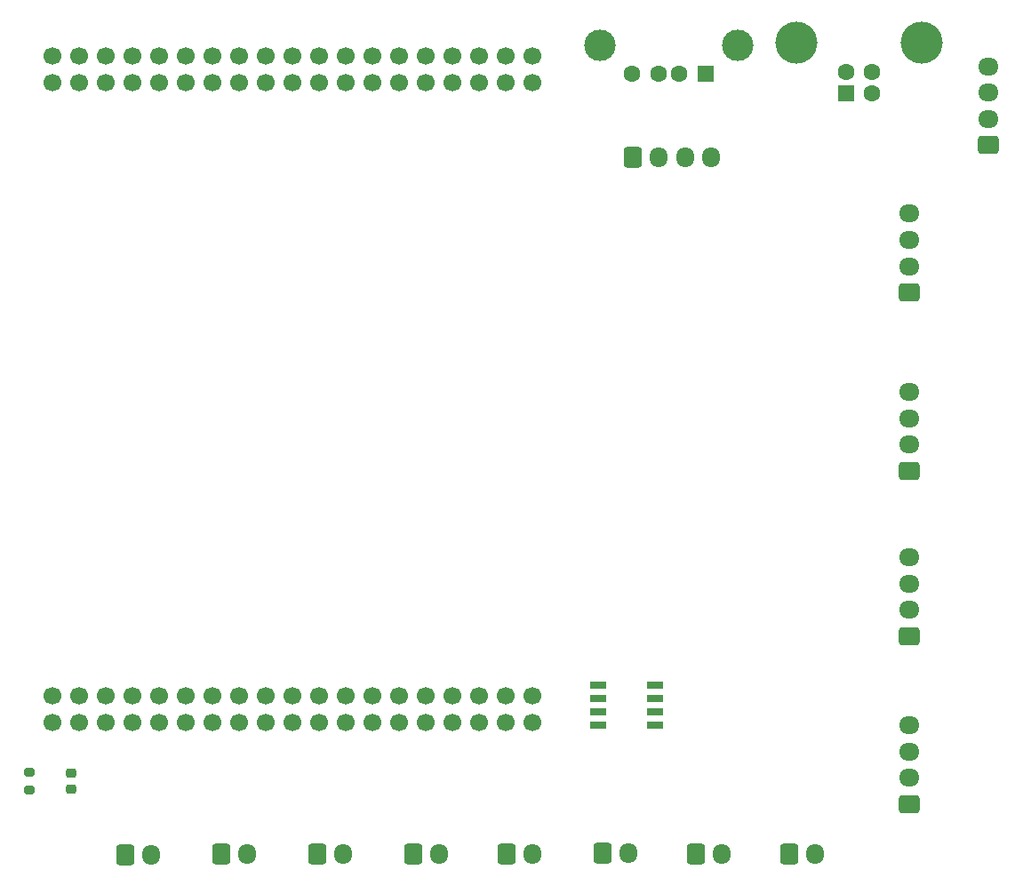
<source format=gtl>
%TF.GenerationSoftware,KiCad,Pcbnew,7.0.2*%
%TF.CreationDate,2024-08-11T10:44:14+09:00*%
%TF.ProjectId,sensor_v3,73656e73-6f72-45f7-9633-2e6b69636164,rev?*%
%TF.SameCoordinates,Original*%
%TF.FileFunction,Copper,L1,Top*%
%TF.FilePolarity,Positive*%
%FSLAX46Y46*%
G04 Gerber Fmt 4.6, Leading zero omitted, Abs format (unit mm)*
G04 Created by KiCad (PCBNEW 7.0.2) date 2024-08-11 10:44:14*
%MOMM*%
%LPD*%
G01*
G04 APERTURE LIST*
G04 Aperture macros list*
%AMRoundRect*
0 Rectangle with rounded corners*
0 $1 Rounding radius*
0 $2 $3 $4 $5 $6 $7 $8 $9 X,Y pos of 4 corners*
0 Add a 4 corners polygon primitive as box body*
4,1,4,$2,$3,$4,$5,$6,$7,$8,$9,$2,$3,0*
0 Add four circle primitives for the rounded corners*
1,1,$1+$1,$2,$3*
1,1,$1+$1,$4,$5*
1,1,$1+$1,$6,$7*
1,1,$1+$1,$8,$9*
0 Add four rect primitives between the rounded corners*
20,1,$1+$1,$2,$3,$4,$5,0*
20,1,$1+$1,$4,$5,$6,$7,0*
20,1,$1+$1,$6,$7,$8,$9,0*
20,1,$1+$1,$8,$9,$2,$3,0*%
G04 Aperture macros list end*
%TA.AperFunction,ComponentPad*%
%ADD10RoundRect,0.250000X0.725000X-0.600000X0.725000X0.600000X-0.725000X0.600000X-0.725000X-0.600000X0*%
%TD*%
%TA.AperFunction,ComponentPad*%
%ADD11O,1.950000X1.700000*%
%TD*%
%TA.AperFunction,ComponentPad*%
%ADD12RoundRect,0.250000X-0.600000X-0.725000X0.600000X-0.725000X0.600000X0.725000X-0.600000X0.725000X0*%
%TD*%
%TA.AperFunction,ComponentPad*%
%ADD13O,1.700000X1.950000*%
%TD*%
%TA.AperFunction,SMDPad,CuDef*%
%ADD14RoundRect,0.200000X0.275000X-0.200000X0.275000X0.200000X-0.275000X0.200000X-0.275000X-0.200000X0*%
%TD*%
%TA.AperFunction,SMDPad,CuDef*%
%ADD15RoundRect,0.218750X0.256250X-0.218750X0.256250X0.218750X-0.256250X0.218750X-0.256250X-0.218750X0*%
%TD*%
%TA.AperFunction,ComponentPad*%
%ADD16R,1.600000X1.500000*%
%TD*%
%TA.AperFunction,ComponentPad*%
%ADD17C,1.600000*%
%TD*%
%TA.AperFunction,ComponentPad*%
%ADD18C,3.000000*%
%TD*%
%TA.AperFunction,ComponentPad*%
%ADD19R,1.600000X1.600000*%
%TD*%
%TA.AperFunction,ComponentPad*%
%ADD20C,4.000000*%
%TD*%
%TA.AperFunction,SMDPad,CuDef*%
%ADD21R,1.525000X0.650000*%
%TD*%
%TA.AperFunction,ComponentPad*%
%ADD22C,1.700000*%
%TD*%
G04 APERTURE END LIST*
D10*
%TO.P,J5,1,Pin_1*%
%TO.N,A0*%
X206352000Y-115510000D03*
D11*
%TO.P,J5,2,Pin_2*%
%TO.N,+5V*%
X206352000Y-113010000D03*
%TO.P,J5,3,Pin_3*%
%TO.N,A1*%
X206352000Y-110510000D03*
%TO.P,J5,4,Pin_4*%
%TO.N,GND*%
X206352000Y-108010000D03*
%TD*%
D12*
%TO.P,J9,1,Pin_1*%
%TO.N,GND*%
X131592000Y-120327330D03*
D13*
%TO.P,J9,2,Pin_2*%
%TO.N,B15*%
X134092000Y-120327330D03*
%TD*%
D12*
%TO.P,J3,1,Pin_1*%
%TO.N,GND*%
X177078000Y-120142000D03*
D13*
%TO.P,J3,2,Pin_2*%
%TO.N,A6*%
X179578000Y-120142000D03*
%TD*%
D14*
%TO.P,R1,1*%
%TO.N,Net-(LED1-A)*%
X122492000Y-114134500D03*
%TO.P,R1,2*%
%TO.N,+5V*%
X122492000Y-112484500D03*
%TD*%
D15*
%TO.P,LED1,1,K*%
%TO.N,GND*%
X126492000Y-114097000D03*
%TO.P,LED1,2,A*%
%TO.N,Net-(LED1-A)*%
X126492000Y-112522000D03*
%TD*%
D16*
%TO.P,J11,1,VBUS*%
%TO.N,+5V*%
X186922000Y-45890000D03*
D17*
%TO.P,J11,2,D-*%
%TO.N,A10*%
X184422000Y-45890000D03*
%TO.P,J11,3,D+*%
%TO.N,A9*%
X182422000Y-45890000D03*
%TO.P,J11,4,GND*%
%TO.N,GND*%
X179922000Y-45890000D03*
D18*
%TO.P,J11,5,Shield*%
X189992000Y-43180000D03*
X176852000Y-43180000D03*
%TD*%
D10*
%TO.P,J14,1,Pin_1*%
%TO.N,+5V*%
X213868000Y-52712000D03*
D11*
%TO.P,J14,2,Pin_2*%
%TO.N,GND*%
X213868000Y-50212000D03*
%TO.P,J14,3,Pin_3*%
%TO.N,C11*%
X213868000Y-47712000D03*
%TO.P,J14,4,Pin_4*%
%TO.N,C10*%
X213868000Y-45212000D03*
%TD*%
D12*
%TO.P,J2,1,Pin_1*%
%TO.N,GND*%
X159024000Y-120290000D03*
D13*
%TO.P,J2,2,Pin_2*%
%TO.N,A8*%
X161524000Y-120290000D03*
%TD*%
D10*
%TO.P,J8,1,Pin_1*%
%TO.N,C6*%
X206332000Y-66760000D03*
D11*
%TO.P,J8,2,Pin_2*%
%TO.N,+5V*%
X206332000Y-64260000D03*
%TO.P,J8,3,Pin_3*%
%TO.N,C7*%
X206332000Y-61760000D03*
%TO.P,J8,4,Pin_4*%
%TO.N,GND*%
X206332000Y-59260000D03*
%TD*%
D12*
%TO.P,J4,1,Pin_1*%
%TO.N,GND*%
X194838000Y-120290000D03*
D13*
%TO.P,J4,2,Pin_2*%
%TO.N,B8*%
X197338000Y-120290000D03*
%TD*%
D19*
%TO.P,J12,1,VBUS*%
%TO.N,+5V*%
X200268000Y-47786000D03*
D17*
%TO.P,J12,2,D-*%
%TO.N,C10*%
X202768000Y-47786000D03*
%TO.P,J12,3,D+*%
%TO.N,C11*%
X202768000Y-45786000D03*
%TO.P,J12,4,GND*%
%TO.N,GND*%
X200268000Y-45786000D03*
D20*
%TO.P,J12,5,Shield*%
X195518000Y-42926000D03*
X207518000Y-42926000D03*
%TD*%
D12*
%TO.P,J13,1,Pin_1*%
%TO.N,+5V*%
X179952000Y-53848000D03*
D13*
%TO.P,J13,2,Pin_2*%
%TO.N,GND*%
X182452000Y-53848000D03*
%TO.P,J13,3,Pin_3*%
%TO.N,A9*%
X184952000Y-53848000D03*
%TO.P,J13,4,Pin_4*%
%TO.N,A10*%
X187452000Y-53848000D03*
%TD*%
D12*
%TO.P,J15,1,Pin_1*%
%TO.N,GND*%
X149880000Y-120290000D03*
D13*
%TO.P,J15,2,Pin_2*%
%TO.N,A11*%
X152380000Y-120290000D03*
%TD*%
D12*
%TO.P,J1,1,Pin_1*%
%TO.N,GND*%
X140736000Y-120290000D03*
D13*
%TO.P,J1,2,Pin_2*%
%TO.N,B14*%
X143236000Y-120290000D03*
%TD*%
D12*
%TO.P,J16,1,Pin_1*%
%TO.N,GND*%
X167914000Y-120290000D03*
D13*
%TO.P,J16,2,Pin_2*%
%TO.N,A7*%
X170414000Y-120290000D03*
%TD*%
D10*
%TO.P,J6,1,Pin_1*%
%TO.N,B3*%
X206352000Y-99510000D03*
D11*
%TO.P,J6,2,Pin_2*%
%TO.N,+5V*%
X206352000Y-97010000D03*
%TO.P,J6,3,Pin_3*%
%TO.N,A5*%
X206352000Y-94510000D03*
%TO.P,J6,4,Pin_4*%
%TO.N,GND*%
X206352000Y-92010000D03*
%TD*%
D21*
%TO.P,S2,1,1*%
%TO.N,GND*%
X182118000Y-107950000D03*
%TO.P,S2,2,2*%
X182118000Y-106680000D03*
%TO.P,S2,3,3*%
X182118000Y-105410000D03*
%TO.P,S2,4,4*%
X182118000Y-104140000D03*
%TO.P,S2,5,5*%
%TO.N,Net-(U1-PC0(PB9))*%
X176694000Y-104140000D03*
%TO.P,S2,6,6*%
%TO.N,Net-(U1-PC1(PB9))*%
X176694000Y-105410000D03*
%TO.P,S2,7,7*%
%TO.N,Net-(U1-PC2)*%
X176694000Y-106680000D03*
%TO.P,S2,8,8*%
%TO.N,Net-(U1-PC3)*%
X176694000Y-107950000D03*
%TD*%
D12*
%TO.P,J17,1,Pin_1*%
%TO.N,GND*%
X185948000Y-120290000D03*
D13*
%TO.P,J17,2,Pin_2*%
%TO.N,B9*%
X188448000Y-120290000D03*
%TD*%
D10*
%TO.P,J7,1,Pin_1*%
%TO.N,B6*%
X206352000Y-83760000D03*
D11*
%TO.P,J7,2,Pin_2*%
%TO.N,+5V*%
X206352000Y-81260000D03*
%TO.P,J7,3,Pin_3*%
%TO.N,B7*%
X206352000Y-78760000D03*
%TO.P,J7,4,Pin_4*%
%TO.N,GND*%
X206352000Y-76260000D03*
%TD*%
D22*
%TO.P,U1,1,RESET*%
%TO.N,unconnected-(U1-RESET-Pad1)*%
X139954000Y-105156000D03*
%TO.P,U1,2,BOOT0*%
%TO.N,unconnected-(U1-BOOT0-Pad2)*%
X132334000Y-107696000D03*
%TO.P,U1,3,IOREF*%
%TO.N,unconnected-(U1-IOREF-Pad3)*%
X137414000Y-105156000D03*
%TO.P,U1,4,AVDD*%
%TO.N,unconnected-(U1-AVDD-Pad4)*%
X132334000Y-46736000D03*
%TO.P,U1,5,VDD*%
%TO.N,unconnected-(U1-VDD-Pad5)*%
X129794000Y-107696000D03*
%TO.P,U1,6,VBAT*%
%TO.N,unconnected-(U1-VBAT-Pad6)*%
X165354000Y-107696000D03*
%TO.P,U1,7,VIN*%
%TO.N,unconnected-(U1-VIN-Pad7)*%
X152654000Y-105156000D03*
%TO.P,U1,8,U5V*%
%TO.N,+5V*%
X132334000Y-44196000D03*
%TO.P,U1,9,E5V*%
X129794000Y-105156000D03*
%TO.P,U1,10,+5V*%
X145034000Y-105156000D03*
%TO.P,U1,11,+3V3*%
%TO.N,unconnected-(U1-+3V3-Pad11)*%
X142494000Y-105156000D03*
%TO.P,U1,12,PA0(TIM2_CH1/TIM5_CH1/UART4_TX)*%
%TO.N,A0*%
X157734000Y-105156000D03*
%TO.P,U1,13,PA1(TIM2_CH2/TIM5CH2/UART4_RX)*%
%TO.N,A1*%
X160274000Y-105156000D03*
%TO.P,U1,14,PA2(TIM2_CH3/TIM5_CH3/TIM9_CH1/USART2_TX)*%
%TO.N,A2*%
X167894000Y-46736000D03*
%TO.P,U1,15,PA3(TIM2_CH4/TIM5_CH4/TIM9_CH2/USART2_RX)*%
%TO.N,A3*%
X170434000Y-46736000D03*
%TO.P,U1,16,PA4*%
%TO.N,unconnected-(U1-PA4-Pad16)*%
X162814000Y-105156000D03*
%TO.P,U1,17,PA5(TIM2_CH1)*%
%TO.N,A5*%
X137414000Y-46736000D03*
%TO.P,U1,18,PA6(TIM3_CH1/TIM13_CH1)*%
%TO.N,A6*%
X139954000Y-46736000D03*
%TO.P,U1,19,PA7(TIM3_CH2/TIM14_CH1)*%
%TO.N,A7*%
X142494000Y-46736000D03*
%TO.P,U1,20,PA8(TIM1_CH1/12C3_SCL)*%
%TO.N,A8*%
X152654000Y-46736000D03*
%TO.P,U1,21,PA9(TIM1_CH2/USART1_TX)*%
%TO.N,A9*%
X150114000Y-46736000D03*
%TO.P,U1,22,PA10(TIM1_CH3/USART1_RX)*%
%TO.N,A10*%
X165354000Y-46736000D03*
%TO.P,U1,23,PA11(TIM1_CH4/CAN1_RX)*%
%TO.N,A11*%
X139954000Y-44196000D03*
%TO.P,U1,24,PA12(CAN1_TX)*%
%TO.N,unconnected-(U1-PA12(CAN1_TX)-Pad24)*%
X137414000Y-44196000D03*
%TO.P,U1,25,PA13(JTCK-SWDIO)*%
%TO.N,unconnected-(U1-PA13(JTCK-SWDIO)-Pad25)*%
X139954000Y-107696000D03*
%TO.P,U1,26,PA14(JTCK-SWCLK)*%
%TO.N,unconnected-(U1-PA14(JTCK-SWCLK)-Pad26)*%
X142494000Y-107696000D03*
%TO.P,U1,27,PA15(TIM2_CH1)*%
%TO.N,unconnected-(U1-PA15(TIM2_CH1)-Pad27)*%
X145034000Y-107696000D03*
%TO.P,U1,28,PD2(UART5_RX)*%
%TO.N,unconnected-(U1-PD2(UART5_RX)-Pad28)*%
X127254000Y-105156000D03*
%TO.P,U1,29,PH0*%
%TO.N,unconnected-(U1-PH0-Pad29)*%
X160274000Y-107696000D03*
%TO.P,U1,30,PH1*%
%TO.N,unconnected-(U1-PH1-Pad30)*%
X162814000Y-107696000D03*
%TO.P,U1,31,(TIM3_CH3)PB0*%
%TO.N,B0*%
X165354000Y-105156000D03*
%TO.P,U1,32,(TIM3_CH4)PB1*%
%TO.N,B1*%
X152654000Y-44196000D03*
%TO.P,U1,33,(TIM2_CH4)PB2*%
%TO.N,B2*%
X150114000Y-44196000D03*
%TO.P,U1,34,(TIM3_CH1/12C2_SDA)PB3*%
%TO.N,B3*%
X162814000Y-46736000D03*
%TO.P,U1,35,(TIM3_CH1/12C3_SDA)PB4*%
%TO.N,unconnected-(U1-(TIM3_CH1{slash}12C3_SDA)PB4-Pad35)*%
X157734000Y-46736000D03*
%TO.P,U1,36,(TIM3_CH2/CAN2_RX)PB5*%
%TO.N,unconnected-(U1-(TIM3_CH2{slash}CAN2_RX)PB5-Pad36)*%
X160274000Y-46736000D03*
%TO.P,U1,37,(TIM4_CH1/12C1_SCL/USART1_TX/CAN2_TX)PB6*%
%TO.N,B6*%
X145034000Y-46736000D03*
%TO.P,U1,38,(TIM4_CH2/12C1_SDA/USART1_RX)PB7*%
%TO.N,B7*%
X150114000Y-107696000D03*
%TO.P,U1,39,(TIM2_CH1/TIM4_CH3/TIM10_CH1/12C1_SCL/CAN1_RX)PB8*%
%TO.N,B8*%
X127254000Y-46736000D03*
%TO.P,U1,40,(TIM2_CH2/TIM4_CH4/TIM11_CH1/12C1_SDA/CAN1_TX)PB9*%
%TO.N,B9*%
X129794000Y-46736000D03*
%TO.P,U1,41,(TIM_2CH3/12C2_SCL/USART3_RX)PB10*%
%TO.N,unconnected-(U1-(TIM_2CH3{slash}12C2_SCL{slash}USART3_RX)PB10-Pad41)*%
X155194000Y-46736000D03*
%TO.P,U1,42,(CAN2_RX)PB12*%
%TO.N,unconnected-(U1-(CAN2_RX)PB12-Pad42)*%
X142494000Y-44196000D03*
%TO.P,U1,43,(CAN2_TX)PB13*%
%TO.N,unconnected-(U1-(CAN2_TX)PB13-Pad43)*%
X160274000Y-44196000D03*
%TO.P,U1,44,(TIM12_CH1)PB14*%
%TO.N,B14*%
X157734000Y-44196000D03*
%TO.P,U1,45,(TIM12_CH2)PB15*%
%TO.N,B15*%
X155194000Y-44196000D03*
%TO.P,U1,46,PC0(PB9)*%
%TO.N,Net-(U1-PC0(PB9))*%
X170434000Y-105156000D03*
%TO.P,U1,47,PC1(PB9)*%
%TO.N,Net-(U1-PC1(PB9))*%
X167894000Y-105156000D03*
%TO.P,U1,48,PC2*%
%TO.N,Net-(U1-PC2)*%
X167894000Y-107696000D03*
%TO.P,U1,49,PC3*%
%TO.N,Net-(U1-PC3)*%
X170434000Y-107696000D03*
%TO.P,U1,50,PC4*%
%TO.N,unconnected-(U1-PC4-Pad50)*%
X165354000Y-44196000D03*
%TO.P,U1,51,(USART3_RX)PC5*%
%TO.N,unconnected-(U1-(USART3_RX)PC5-Pad51)*%
X129794000Y-44196000D03*
%TO.P,U1,52,(TIM3_CH1/TIM8_CH1/USART6_TX)PC6*%
%TO.N,C6*%
X127254000Y-44196000D03*
%TO.P,U1,53,(TIM3_CH2/TIM8_CH2/USART6_RX)PC7*%
%TO.N,C7*%
X147574000Y-46736000D03*
%TO.P,U1,54,(TIM3_CH3/TIM8_CH3)PC8*%
%TO.N,C8*%
X124714000Y-44196000D03*
%TO.P,U1,55,(TIM3_CH4/TIM8_CH4/12C3_SDA)PC9*%
%TO.N,C9*%
X124714000Y-46736000D03*
%TO.P,U1,56,(USART3_TX/UART4_TX)PC10*%
%TO.N,C10*%
X124714000Y-107696000D03*
%TO.P,U1,57,(USART3_RX/UART4_RX)PC11*%
%TO.N,C11*%
X124714000Y-105156000D03*
%TO.P,U1,58,(12C2_SDA/UART5_TX)PC12*%
%TO.N,unconnected-(U1-(12C2_SDA{slash}UART5_TX)PC12-Pad58)*%
X127254000Y-107696000D03*
%TO.P,U1,59,PC13*%
%TO.N,unconnected-(U1-PC13-Pad59)*%
X152654000Y-107696000D03*
%TO.P,U1,60,PC14*%
%TO.N,unconnected-(U1-PC14-Pad60)*%
X155194000Y-107696000D03*
%TO.P,U1,61,PC15*%
%TO.N,unconnected-(U1-PC15-Pad61)*%
X157734000Y-107696000D03*
%TO.P,U1,62,GND*%
%TO.N,GND*%
X147574000Y-107696000D03*
X132334000Y-105156000D03*
X147574000Y-105156000D03*
X150114000Y-105156000D03*
X134874000Y-46736000D03*
X147574000Y-44196000D03*
X162814000Y-44196000D03*
%TO.P,U1,63*%
%TO.N,N/C*%
X137414000Y-107696000D03*
%TO.P,U1,64*%
X134874000Y-105156000D03*
%TO.P,U1,65*%
X134874000Y-107696000D03*
%TO.P,U1,66*%
X155194000Y-105156000D03*
%TO.P,U1,67*%
X134874000Y-44196000D03*
%TO.P,U1,68*%
X145034000Y-44196000D03*
%TO.P,U1,69*%
X167894000Y-44196000D03*
%TO.P,U1,70*%
X170434000Y-44196000D03*
%TD*%
M02*

</source>
